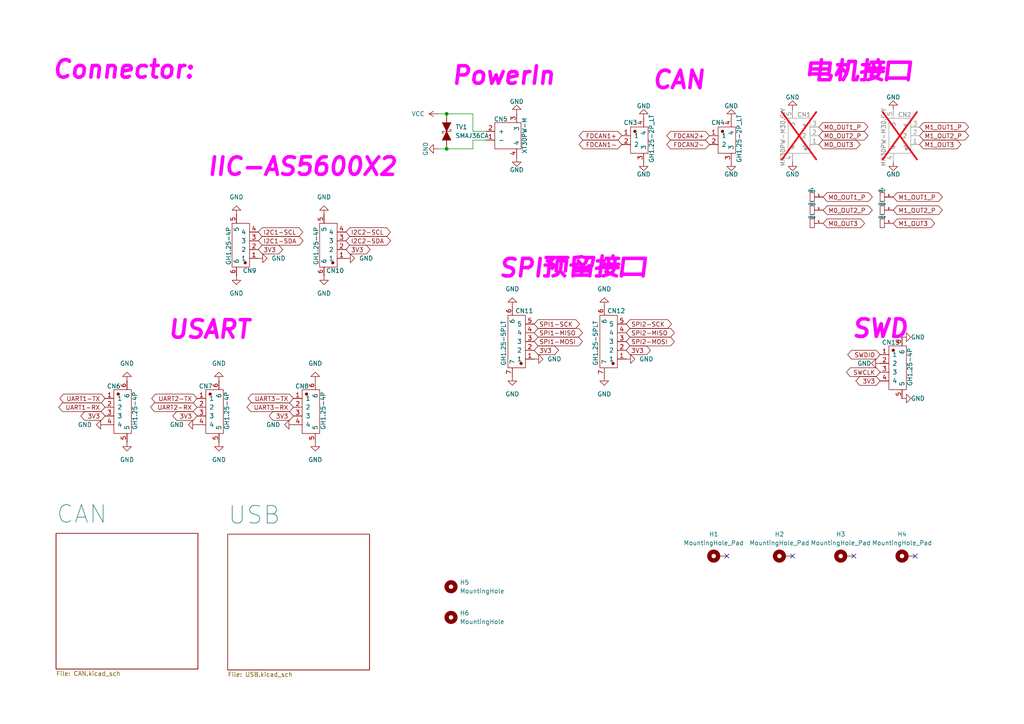
<source format=kicad_sch>
(kicad_sch (version 20231120) (generator "eeschema") (generator_version "8.0")
  (paper "A4")
  (title_block (title "Connector") (date "2025-01-24") (rev "Dennis_Re_Yoonjiho"))
  (lib_symbols
    (symbol "Mechanical:MountingHole" (pin_names (offset 1.016)) (exclude_from_sim yes) (in_bom no)
      (property "Reference" "H" (at 0 5.08 0))
      (property "Value" "MountingHole" (at 0 3.175 0))
      (symbol "MountingHole_0_1"
        (circle (center 0 0) (radius 1.27) (stroke (width 1.27)))
      )
    )
    (symbol "Mechanical:MountingHole_Pad" (pin_numbers hide) (pin_names (offset 1.016) hide) (exclude_from_sim yes) (in_bom no)
      (property "Reference" "H" (at 0 6.35 0))
      (property "Value" "MountingHole_Pad" (at 0 4.445 0))
      (symbol "MountingHole_Pad_0_1"
        (circle (center 0 1.27) (radius 1.27) (stroke (width 1.27)))
      )
      (symbol "MountingHole_Pad_1_1"
        (pin input line (at 0 -2.54 90) (length 2.54) (name "1") (number "1"))
      )
    )
    (symbol "Ts_Foc_Vo符号库:GH1.25-2P_LT" (pin_names (offset 1.016))
      (property "Reference" "CN" (at -1.524 4.826 0))
      (property "Value" "GH1.25-2P_LT" (at 4.318 0.254 90))
      (symbol "GH1.25-2P_LT_1_1"
        (rectangle (start -2.54 3.81) (end 2.54 -3.81) (stroke (width 0.1524)))
        (circle (center -1.27 2.54) (radius 0.381) (stroke (width 0.1524)) (fill (type outline)))
        (pin input line (at -5.08 1.27 0) (length 2.54) (name "1") (number "1"))
        (pin input line (at -5.08 -1.27 0) (length 2.54) (name "2") (number "2"))
        (pin input line (at 1.27 -6.35 90) (length 2.54) (name "3") (number "3"))
        (pin input line (at 1.27 6.35 270) (length 2.54) (name "4") (number "4"))
      )
    )
    (symbol "Ts_Foc_Vo符号库:GH1.25-4P" (pin_names (offset 1.016))
      (property "Reference" "CN" (at -1.524 7.366 0))
      (property "Value" "GH1.25-4P" (at 3.556 0 90))
      (symbol "GH1.25-4P_1_1"
        (rectangle (start -2.54 6.35) (end 2.54 -6.35) (stroke (width 0.1524)))
        (circle (center -1.27 5.08) (radius 0.381) (stroke (width 0.1524)) (fill (type outline)))
        (pin input line (at -5.08 3.81 0) (length 2.54) (name "1") (number "1"))
        (pin input line (at -5.08 1.27 0) (length 2.54) (name "2") (number "2"))
        (pin input line (at -5.08 -1.27 0) (length 2.54) (name "3") (number "3"))
        (pin input line (at -5.08 -3.81 0) (length 2.54) (name "4") (number "4"))
        (pin input line (at 1.27 -8.89 90) (length 2.54) (name "5") (number "5"))
        (pin input line (at 1.27 8.89 270) (length 2.54) (name "6") (number "6"))
      )
    )
    (symbol "Ts_Foc_Vo符号库:GH1.25-5PLT" (pin_names (offset 1.016))
      (property "Reference" "CN" (at -1.27 8.636 0))
      (property "Value" "GH1.25-5PLT" (at 3.81 -0.762 90))
      (symbol "GH1.25-5PLT_1_1"
        (rectangle (start -2.54 7.62) (end 2.54 -7.62) (stroke (width 0.1524)))
        (circle (center -1.27 6.35) (radius 0.381) (stroke (width 0.1524)) (fill (type outline)))
        (pin input line (at -5.08 5.08 0) (length 2.54) (name "1") (number "1"))
        (pin input line (at -5.08 2.54 0) (length 2.54) (name "2") (number "2"))
        (pin input line (at -5.08 0 0) (length 2.54) (name "3") (number "3"))
        (pin input line (at -5.08 -2.54 0) (length 2.54) (name "4") (number "4"))
        (pin input line (at -5.08 -5.08 0) (length 2.54) (name "5") (number "5"))
        (pin input line (at 1.27 -10.16 90) (length 2.54) (name "6") (number "6"))
        (pin input line (at 1.27 10.16 270) (length 2.54) (name "7") (number "7"))
      )
    )
    (symbol "Ts_Foc_Vo符号库:MR30PW-M30.G.Y" (pin_names (offset 1.016))
      (property "Reference" "CN" (at -1.778 6.096 0))
      (property "Value" "MR30PW-M30.G.Y" (at 5.334 -0.508 90))
      (symbol "MR30PW-M30.G.Y_1_1"
        (rectangle (start -2.54 5.08) (end 3.81 -5.08) (stroke (width 0.1524)))
        (circle (center -1.27 3.81) (radius 0.381) (stroke (width 0.1524)) (fill (type outline)))
        (pin input line (at -5.08 2.54 0) (length 2.54) (name "1") (number "1"))
        (pin input line (at -5.08 0 0) (length 2.54) (name "2") (number "2"))
        (pin input line (at -5.08 -2.54 0) (length 2.54) (name "3") (number "3"))
        (pin input line (at 2.54 7.62 270) (length 2.54) (name "4") (number "4"))
        (pin input line (at 2.54 -7.62 90) (length 2.54) (name "5") (number "5"))
      )
    )
    (symbol "Ts_Foc_Vo符号库:SMAJ36CA" (pin_numbers hide) (pin_names (offset 1.016) hide)
      (property "Reference" "TV" (at 0 2.286 0))
      (property "Value" "SMAJ36CA" (at -0.254 -2.032 0))
      (symbol "SMAJ36CA_1_1"
        (polyline (pts (xy -2.54 -1.27) (xy 0 0) (xy -2.54 1.27) (xy -2.54 -1.27)) (stroke (width 0.1524)) (fill (type outline)))
        (polyline (pts (xy 2.54 1.27) (xy 0 0) (xy 2.54 -1.27) (xy 2.54 1.27)) (stroke (width 0.1524)) (fill (type outline)))
        (polyline (pts (xy -0.508 0.762) (xy -0.508 1.27) (xy 0 1.27) (xy 0 -1.27) (xy 0.508 -1.27) (xy 0.508 -0.762)) (stroke (width 0.1524)))
        (pin input line (at -5.08 0 0) (length 2.54) (name "K") (number "1"))
        (pin input line (at 5.08 0 180) (length 2.54) (name "A") (number "2"))
      )
    )
    (symbol "Ts_Foc_Vo符号库:XT30PW-M" (pin_names (offset 1.016))
      (property "Reference" "CN" (at -5.588 1.27 0))
      (property "Value" "XT30PW-M" (at 0 -6.096 0))
      (symbol "XT30PW-M_1_1"
        (rectangle (start -3.81 2.54) (end 3.81 -5.08) (stroke (width 0.1524)))
        (pin input line (at -1.27 5.08 270) (length 2.54) (name "-") (number "1"))
        (pin input line (at 1.27 5.08 270) (length 2.54) (name "+") (number "2"))
        (pin input line (at 6.35 -3.81 180) (length 2.54) (name "3") (number "3"))
        (pin input line (at -6.35 -3.81 0) (length 2.54) (name "4") (number "4"))
      )
    )
    (symbol "Ts_Foc_Vo符号库:通孔焊盘"
      (property "Reference" "CN" (at 0.508 0.508 0))
      (symbol "通孔焊盘_0_1"
        (rectangle (start 0 0) (end 1.27 -2.54))
      )
      (symbol "通孔焊盘_1_1"
        (pin output line (at 3.81 -1.27 180) (length 2.54) (name "") (number "1"))
      )
    )
    (symbol "power:GND" (power) (pin_numbers hide) (pin_names (offset 0) hide)
      (property "Value" "GND" (at 0 -3.81 0))
      (symbol "GND_0_1"
        (polyline (pts (xy 0 0) (xy 0 -1.27) (xy 1.27 -1.27) (xy 0 -2.54) (xy -1.27 -1.27) (xy 0 -1.27)))
      )
      (symbol "GND_1_1"
        (pin power_in line (at 0 0 270) (length 0) (name "~") (number "1"))
      )
    )
    (symbol "power:VCC" (power) (pin_numbers hide) (pin_names (offset 0) hide)
      (property "Value" "VCC" (at 0 3.556 0))
      (symbol "VCC_0_1"
        (polyline (pts (xy -0.762 1.27) (xy 0 2.54)))
        (polyline (pts (xy 0 0) (xy 0 2.54)))
        (polyline (pts (xy 0 2.54) (xy 0.762 1.27)))
      )
      (symbol "VCC_1_1"
        (pin power_in line (at 0 0 90) (length 0) (name "~") (number "1"))
      )
    )
  )
  (junction (at 129.54 43.18))
  (junction (at 129.54 33.02))
  (no_connect (at 247.65 161.29))
  (no_connect (at 265.43 161.29))
  (no_connect (at 229.87 161.29))
  (no_connect (at 210.82 161.29))
  (wire (pts (xy 137.16 38.1) (xy 140.97 38.1)))
  (wire (pts (xy 127 33.02) (xy 129.54 33.02)))
  (wire (pts (xy 129.54 43.18) (xy 137.16 43.18)))
  (wire (pts (xy 137.16 40.64) (xy 140.97 40.64)))
  (wire (pts (xy 137.16 33.02) (xy 137.16 38.1)))
  (wire (pts (xy 127 43.18) (xy 129.54 43.18)))
  (wire (pts (xy 137.16 43.18) (xy 137.16 40.64)))
  (wire (pts (xy 129.54 33.02) (xy 137.16 33.02)))
  (text "CAN\n" (exclude_from_sim yes) (at 196.85 23.368 0) (effects (font (size 5.08 5.08) (thickness 1.016) (bold yes) (italic yes))))
  (text "PowerIn" (exclude_from_sim yes) (at 146.05 22.098 0) (effects (font (size 5.08 5.08) (thickness 1.016) (bold yes) (italic yes))))
  (text "电机接口" (exclude_from_sim yes) (at 249.174 21.082 0) (effects (font (size 5.08 5.08) (thickness 1.016) (bold yes) (italic yes))))
  (text "IIC-AS5600X2" (exclude_from_sim yes) (at 87.63 48.514 0) (effects (font (size 5.08 5.08) (thickness 1.016) (bold yes) (italic yes))))
  (text "Connector:\n" (exclude_from_sim yes) (at 35.814 20.32 0) (effects (font (size 5.08 5.08) (thickness 1.016) (bold yes) (italic yes))))
  (text "SPI预留接口" (exclude_from_sim yes) (at 166.116 77.978 0) (effects (font (size 5.08 5.08) (thickness 1.016) (bold yes) (italic yes))))
  (text "USART" (exclude_from_sim yes) (at 60.706 95.758 0) (effects (font (size 5.08 5.08) (thickness 1.016) (bold yes) (italic yes))))
  (text "SWD\n" (exclude_from_sim yes) (at 255.27 95.504 0) (effects (font (size 5.08 5.08) (thickness 1.016) (bold yes) (italic yes))))
  (global_label "3V3" (shape bidirectional) (at 57.15 120.65 180) (property "Intersheetrefs" "${INTERSHEET_REFS}" (effects (hide yes))))
  (global_label "UART2-RX" (shape bidirectional) (at 57.15 118.11 180) (property "Intersheetrefs" "${INTERSHEET_REFS}" (effects (hide yes))))
  (global_label "SPI1-MISO" (shape bidirectional) (at 154.94 96.52 0) (property "Intersheetrefs" "${INTERSHEET_REFS}" (effects (hide yes))))
  (global_label "3V3" (shape bidirectional) (at 181.61 101.6 0) (property "Intersheetrefs" "${INTERSHEET_REFS}" (effects (hide yes))))
  (global_label "SPI1-MOSI" (shape bidirectional) (at 154.94 99.06 0) (property "Intersheetrefs" "${INTERSHEET_REFS}" (effects (hide yes))))
  (global_label "FDCAN2-" (shape bidirectional) (at 205.74 41.91 180) (property "Intersheetrefs" "${INTERSHEET_REFS}" (effects (hide yes))))
  (global_label "SPI1-SCK" (shape bidirectional) (at 154.94 93.98 0) (property "Intersheetrefs" "${INTERSHEET_REFS}" (effects (hide yes))))
  (global_label "3V3" (shape bidirectional) (at 30.48 120.65 180) (property "Intersheetrefs" "${INTERSHEET_REFS}" (effects (hide yes))))
  (global_label "M0_OUT1_P" (shape bidirectional) (at 238.76 57.15 0) (property "Intersheetrefs" "${INTERSHEET_REFS}" (effects (hide yes))))
  (global_label "M0_OUT2_P" (shape bidirectional) (at 237.49 39.37 0) (property "Intersheetrefs" "${INTERSHEET_REFS}" (effects (hide yes))))
  (global_label "3V3" (shape bidirectional) (at 255.27 110.49 180) (property "Intersheetrefs" "${INTERSHEET_REFS}" (effects (hide yes))))
  (global_label "I2C1-SCL" (shape bidirectional) (at 74.93 67.31 0) (property "Intersheetrefs" "${INTERSHEET_REFS}" (effects (hide yes))))
  (global_label "UART1-TX" (shape bidirectional) (at 30.48 115.57 180) (property "Intersheetrefs" "${INTERSHEET_REFS}" (effects (hide yes))))
  (global_label "M1_OUT3" (shape bidirectional) (at 266.7 41.91 0) (property "Intersheetrefs" "${INTERSHEET_REFS}" (effects (hide yes))))
  (global_label "M1_OUT2_P" (shape bidirectional) (at 259.08 60.96 0) (property "Intersheetrefs" "${INTERSHEET_REFS}" (effects (hide yes))))
  (global_label "UART3-TX" (shape bidirectional) (at 85.09 115.57 180) (property "Intersheetrefs" "${INTERSHEET_REFS}" (effects (hide yes))))
  (global_label "3V3" (shape bidirectional) (at 74.93 72.39 0) (property "Intersheetrefs" "${INTERSHEET_REFS}" (effects (hide yes))))
  (global_label "M0_OUT2_P" (shape bidirectional) (at 238.76 60.96 0) (property "Intersheetrefs" "${INTERSHEET_REFS}" (effects (hide yes))))
  (global_label "M1_OUT1_P" (shape bidirectional) (at 259.08 57.15 0) (property "Intersheetrefs" "${INTERSHEET_REFS}" (effects (hide yes))))
  (global_label "3V3" (shape bidirectional) (at 100.33 72.39 0) (property "Intersheetrefs" "${INTERSHEET_REFS}" (effects (hide yes))))
  (global_label "UART3-RX" (shape bidirectional) (at 85.09 118.11 180) (property "Intersheetrefs" "${INTERSHEET_REFS}" (effects (hide yes))))
  (global_label "UART2-TX" (shape bidirectional) (at 57.15 115.57 180) (property "Intersheetrefs" "${INTERSHEET_REFS}" (effects (hide yes))))
  (global_label "I2C2-SDA" (shape bidirectional) (at 100.33 69.85 0) (property "Intersheetrefs" "${INTERSHEET_REFS}" (effects (hide yes))))
  (global_label "SPI2-MOSI" (shape bidirectional) (at 181.61 99.06 0) (property "Intersheetrefs" "${INTERSHEET_REFS}" (effects (hide yes))))
  (global_label "M0_OUT3" (shape bidirectional) (at 237.49 41.91 0) (property "Intersheetrefs" "${INTERSHEET_REFS}" (effects (hide yes))))
  (global_label "FDCAN1-" (shape bidirectional) (at 180.34 41.91 180) (property "Intersheetrefs" "${INTERSHEET_REFS}" (effects (hide yes))))
  (global_label "SWCLK" (shape bidirectional) (at 255.27 107.95 180) (property "Intersheetrefs" "${INTERSHEET_REFS}" (effects (hide yes))))
  (global_label "I2C1-SDA" (shape bidirectional) (at 74.93 69.85 0) (property "Intersheetrefs" "${INTERSHEET_REFS}" (effects (hide yes))))
  (global_label "SWDIO" (shape bidirectional) (at 255.27 102.87 180) (property "Intersheetrefs" "${INTERSHEET_REFS}" (effects (hide yes))))
  (global_label "M1_OUT1_P" (shape bidirectional) (at 266.7 36.83 0) (property "Intersheetrefs" "${INTERSHEET_REFS}" (effects (hide yes))))
  (global_label "M0_OUT1_P" (shape bidirectional) (at 237.49 36.83 0) (property "Intersheetrefs" "${INTERSHEET_REFS}" (effects (hide yes))))
  (global_label "FDCAN2+" (shape bidirectional) (at 205.74 39.37 180) (property "Intersheetrefs" "${INTERSHEET_REFS}" (effects (hide yes))))
  (global_label "UART1-RX" (shape bidirectional) (at 30.48 118.11 180) (property "Intersheetrefs" "${INTERSHEET_REFS}" (effects (hide yes))))
  (global_label "3V3" (shape bidirectional) (at 85.09 120.65 180) (property "Intersheetrefs" "${INTERSHEET_REFS}" (effects (hide yes))))
  (global_label "3V3" (shape bidirectional) (at 154.94 101.6 0) (property "Intersheetrefs" "${INTERSHEET_REFS}" (effects (hide yes))))
  (global_label "M1_OUT3" (shape bidirectional) (at 259.08 64.77 0) (property "Intersheetrefs" "${INTERSHEET_REFS}" (effects (hide yes))))
  (global_label "M1_OUT2_P" (shape bidirectional) (at 266.7 39.37 0) (property "Intersheetrefs" "${INTERSHEET_REFS}" (effects (hide yes))))
  (global_label "FDCAN1+" (shape bidirectional) (at 180.34 39.37 180) (property "Intersheetrefs" "${INTERSHEET_REFS}" (effects (hide yes))))
  (global_label "I2C2-SCL" (shape bidirectional) (at 100.33 67.31 0) (property "Intersheetrefs" "${INTERSHEET_REFS}" (effects (hide yes))))
  (global_label "SPI2-SCK" (shape bidirectional) (at 181.61 93.98 0) (property "Intersheetrefs" "${INTERSHEET_REFS}" (effects (hide yes))))
  (global_label "SPI2-MISO" (shape bidirectional) (at 181.61 96.52 0) (property "Intersheetrefs" "${INTERSHEET_REFS}" (effects (hide yes))))
  (global_label "M0_OUT3" (shape bidirectional) (at 238.76 64.77 0) (property "Intersheetrefs" "${INTERSHEET_REFS}" (effects (hide yes))))
  (symbol (lib_id "Mechanical:MountingHole") (at 130.81 179.07 0) (unit 1) (exclude_from_sim yes) (in_bom no)
    (property "Reference" "H6" (at 133.35 177.7999 0) (effects (justify left)))
    (property "Value" "MountingHole" (at 133.35 180.3399 0) (effects (justify left)))
    (property "Footprint" "MountingHole:MountingHole_3.2mm_M3" (effects (hide yes)))
    (property "Description" "Mounting Hole without connection" (effects (hide yes)))
  )
  (symbol (lib_id "power:GND") (at 85.09 123.19 270) (unit 1)
    (property "Reference" "#PWR065" (effects (hide yes)))
    (property "Value" "GND" (at 81.28 123.1899 90) (effects (justify right)))
    (property "Description" "Power symbol creates a global label with name \"GND\" , ground" (effects (hide yes)))
  )
  (symbol (lib_id "power:GND") (at 259.08 46.99 0) (unit 1)
    (property "Reference" "#PWR049" (effects (hide yes)))
    (property "Value" "GND" (at 259.08 50.546 0))
    (property "Description" "Power symbol creates a global label with name \"GND\" , ground" (effects (hide yes)))
  )
  (symbol (lib_id "power:GND") (at 261.62 115.57 90) (unit 1)
    (property "Reference" "#PWR081" (effects (hide yes)))
    (property "Value" "GND" (at 264.16 115.57 90) (effects (justify right)))
    (property "Description" "Power symbol creates a global label with name \"GND\" , ground" (effects (hide yes)))
  )
  (symbol (lib_id "power:GND") (at 74.93 74.93 90) (unit 1)
    (property "Reference" "#PWR068" (effects (hide yes)))
    (property "Value" "GND" (at 78.74 74.9301 90) (effects (justify right)))
    (property "Description" "Power symbol creates a global label with name \"GND\" , ground" (effects (hide yes)))
  )
  (symbol (lib_id "Ts_Foc_Vo符号库:通孔焊盘") (at 255.27 59.69 0) (unit 1)
    (property "Reference" "CN18" (at 255.778 59.182 0) (effects (font (size 0.508 0.508))))
    (property "Value" "~" (at 255.905 58.42 0))
    (property "Footprint" "Ts_Foc_Vo封装库:通孔焊盘" (effects (hide yes)))
  )
  (symbol (lib_id "power:GND") (at 36.83 110.49 180) (unit 1)
    (property "Reference" "#PWR060" (effects (hide yes)))
    (property "Value" "GND" (at 36.83 105.41 0))
    (property "Description" "Power symbol creates a global label with name \"GND\" , ground" (effects (hide yes)))
  )
  (symbol (lib_id "power:GND") (at 261.62 97.79 90) (unit 1)
    (property "Reference" "#PWR080" (effects (hide yes)))
    (property "Value" "GND" (at 264.16 97.79 90) (effects (justify right)))
    (property "Description" "Power symbol creates a global label with name \"GND\" , ground" (effects (hide yes)))
  )
  (symbol (lib_id "power:GND") (at 91.44 128.27 0) (unit 1)
    (property "Reference" "#PWR067" (effects (hide yes)))
    (property "Value" "GND" (at 91.44 133.35 0))
    (property "Description" "Power symbol creates a global label with name \"GND\" , ground" (effects (hide yes)))
  )
  (symbol (lib_id "power:GND") (at 36.83 128.27 0) (unit 1)
    (property "Reference" "#PWR061" (effects (hide yes)))
    (property "Value" "GND" (at 36.83 133.35 0))
    (property "Description" "Power symbol creates a global label with name \"GND\" , ground" (effects (hide yes)))
  )
  (symbol (lib_id "power:GND") (at 91.44 110.49 180) (unit 1)
    (property "Reference" "#PWR066" (effects (hide yes)))
    (property "Value" "GND" (at 91.44 105.41 0))
    (property "Description" "Power symbol creates a global label with name \"GND\" , ground" (effects (hide yes)))
  )
  (symbol (lib_id "power:GND") (at 148.59 109.22 0) (unit 1)
    (property "Reference" "#PWR075" (effects (hide yes)))
    (property "Value" "GND" (at 148.59 114.3 0))
    (property "Description" "Power symbol creates a global label with name \"GND\" , ground" (effects (hide yes)))
  )
  (symbol (lib_id "power:GND") (at 175.26 109.22 0) (unit 1)
    (property "Reference" "#PWR078" (effects (hide yes)))
    (property "Value" "GND" (at 175.26 114.3 0))
    (property "Description" "Power symbol creates a global label with name \"GND\" , ground" (effects (hide yes)))
  )
  (symbol (lib_id "power:GND") (at 229.87 31.75 180) (unit 1)
    (property "Reference" "#PWR046" (effects (hide yes)))
    (property "Value" "GND" (at 229.87 28.194 0))
    (property "Description" "Power symbol creates a global label with name \"GND\" , ground" (effects (hide yes)))
  )
  (symbol (lib_id "Ts_Foc_Vo符号库:通孔焊盘") (at 234.95 55.88 0) (unit 1)
    (property "Reference" "CN14" (at 235.458 55.372 0) (effects (font (size 0.508 0.508))))
    (property "Value" "~" (at 235.585 54.61 0))
    (property "Footprint" "Ts_Foc_Vo封装库:通孔焊盘" (effects (hide yes)))
  )
  (symbol (lib_id "Ts_Foc_Vo符号库:MR30PW-M30.G.Y") (at 232.41 39.37 180) (unit 1) (exclude_from_sim yes) (in_bom no) (on_board no) (dnp yes)
    (property "Reference" "CN1" (at 235.204 33.274 0) (effects (justify left)))
    (property "Value" "MR30PW-M30.G.Y" (at 227.076 31.242 90) (effects (justify left)))
    (property "SuppliersPartNumber" "C19268036" (effects (hide yes)))
    (property "uuid" "std:fd50f7a470564d188bd35cbced11e981" (effects (hide yes)))
  )
  (symbol (lib_id "Ts_Foc_Vo符号库:GH1.25-4P") (at 90.17 119.38 0) (unit 1)
    (property "Reference" "CN8" (at 85.598 112.014 0) (effects (justify left)))
    (property "Value" "GH1.25-4P" (at 93.726 124.714 90) (effects (justify left)))
    (property "Footprint" "Ts_Foc_Vo封装库:GH1.25_CONN-SMD_4P-P1.25" (effects (hide yes)))
    (property "SuppliersPartNumber" "C18077711" (effects (hide yes)))
    (property "uuid" "std:04baf036832348e9968012a97c32b546" (effects (hide yes)))
  )
  (symbol (lib_id "power:GND") (at 255.27 105.41 270) (unit 1)
    (property "Reference" "#PWR058" (effects (hide yes)))
    (property "Value" "GND" (at 252.73 105.41 90) (effects (justify right)))
    (property "Description" "Power symbol creates a global label with name \"GND\" , ground" (effects (hide yes)))
  )
  (symbol (lib_id "Ts_Foc_Vo符号库:XT30PW-M") (at 146.05 39.37 90) (unit 1)
    (property "Reference" "CN5" (at 143.256 34.544 90) (effects (justify right)))
    (property "Value" "XT30PW-M" (at 152.146 34.036 0) (effects (justify right)))
    (property "Footprint" "Ts_Foc_Vo封装库:XT30PW-M" (effects (hide yes)))
    (property "Datasheet" "http://www.szlcsc.com/product/details_426930.html" (effects (hide yes)))
    (property "SuppliersPartNumber" "C431092" (effects (hide yes)))
    (property "uuid" "std:a5840929b24f4c1eb727ea4219c56c07" (effects (hide yes)))
  )
  (symbol (lib_id "power:GND") (at 63.5 128.27 0) (unit 1)
    (property "Reference" "#PWR064" (effects (hide yes)))
    (property "Value" "GND" (at 63.5 133.35 0))
    (property "Description" "Power symbol creates a global label with name \"GND\" , ground" (effects (hide yes)))
  )
  (symbol (lib_id "Ts_Foc_Vo符号库:通孔焊盘") (at 234.95 59.69 0) (unit 1)
    (property "Reference" "CN15" (at 235.458 59.182 0) (effects (font (size 0.508 0.508))))
    (property "Value" "~" (at 235.585 58.42 0))
    (property "Footprint" "Ts_Foc_Vo封装库:通孔焊盘" (effects (hide yes)))
  )
  (symbol (lib_id "power:GND") (at 127 43.18 270) (unit 1)
    (property "Reference" "#PWR057" (effects (hide yes)))
    (property "Value" "GND" (at 123.444 43.18 0))
    (property "Description" "Power symbol creates a global label with name \"GND\" , ground" (effects (hide yes)))
  )
  (symbol (lib_id "Ts_Foc_Vo符号库:GH1.25-2P_LT") (at 185.42 40.64 0) (unit 1)
    (property "Reference" "CN3" (at 180.848 35.56 0) (effects (justify left)))
    (property "Value" "GH1.25-2P_LT" (at 188.976 47.244 90) (effects (justify left)))
    (property "Footprint" "Ts_Foc_Vo封装库:GH1.25_1X2" (effects (hide yes)))
    (property "SuppliersPartNumber" "C18077709" (effects (hide yes)))
    (property "uuid" "std:6287d80be8b149cb8320c6f0c764f130" (effects (hide yes)))
  )
  (symbol (lib_id "power:GND") (at 229.87 46.99 0) (unit 1)
    (property "Reference" "#PWR047" (effects (hide yes)))
    (property "Value" "GND" (at 229.87 50.546 0))
    (property "Description" "Power symbol creates a global label with name \"GND\" , ground" (effects (hide yes)))
  )
  (symbol (lib_id "Ts_Foc_Vo符号库:GH1.25-4P") (at 260.35 106.68 0) (unit 1)
    (property "Reference" "CN13" (at 255.778 99.314 0) (effects (justify left)))
    (property "Value" "GH1.25-4P" (at 263.906 112.014 90) (effects (justify left)))
    (property "Footprint" "Ts_Foc_Vo封装库:GH1.25_CONN-SMD_4P-P1.25" (effects (hide yes)))
    (property "SuppliersPartNumber" "C18077711" (effects (hide yes)))
    (property "uuid" "std:04baf036832348e9968012a97c32b546" (effects (hide yes)))
  )
  (symbol (lib_id "power:GND") (at 154.94 104.14 90) (unit 1)
    (property "Reference" "#PWR076" (effects (hide yes)))
    (property "Value" "GND" (at 158.75 104.1399 90) (effects (justify right)))
    (property "Description" "Power symbol creates a global label with name \"GND\" , ground" (effects (hide yes)))
  )
  (symbol (lib_id "power:GND") (at 175.26 88.9 180) (unit 1)
    (property "Reference" "#PWR077" (effects (hide yes)))
    (property "Value" "GND" (at 175.26 83.82 0))
    (property "Description" "Power symbol creates a global label with name \"GND\" , ground" (effects (hide yes)))
  )
  (symbol (lib_id "Mechanical:MountingHole_Pad") (at 227.33 161.29 90) (unit 1) (exclude_from_sim yes) (in_bom no)
    (property "Reference" "H2" (at 226.06 154.94 90))
    (property "Value" "MountingHole_Pad" (at 226.06 157.48 90))
    (property "Footprint" "MountingHole:MountingHole_3.7mm_Pad_Via" (effects (hide yes)))
    (property "Description" "Mounting Hole with connection" (effects (hide yes)))
  )
  (symbol (lib_id "power:GND") (at 93.98 80.01 0) (unit 1)
    (property "Reference" "#PWR072" (effects (hide yes)))
    (property "Value" "GND" (at 93.98 85.09 0))
    (property "Description" "Power symbol creates a global label with name \"GND\" , ground" (effects (hide yes)))
  )
  (symbol (lib_id "power:GND") (at 259.08 31.75 180) (unit 1)
    (property "Reference" "#PWR048" (effects (hide yes)))
    (property "Value" "GND" (at 259.08 28.194 0))
    (property "Description" "Power symbol creates a global label with name \"GND\" , ground" (effects (hide yes)))
  )
  (symbol (lib_id "power:GND") (at 149.86 45.72 0) (unit 1)
    (property "Reference" "#PWR055" (effects (hide yes)))
    (property "Value" "GND" (at 149.86 49.276 0))
    (property "Description" "Power symbol creates a global label with name \"GND\" , ground" (effects (hide yes)))
  )
  (symbol (lib_id "Ts_Foc_Vo符号库:GH1.25-4P") (at 69.85 71.12 180) (unit 1)
    (property "Reference" "CN9" (at 74.422 78.486 0) (effects (justify left)))
    (property "Value" "GH1.25-4P" (at 66.294 65.786 90) (effects (justify left)))
    (property "Footprint" "Ts_Foc_Vo封装库:GH1.25_CONN-SMD_4P-P1.25" (effects (hide yes)))
    (property "SuppliersPartNumber" "C18077711" (effects (hide yes)))
    (property "uuid" "std:04baf036832348e9968012a97c32b546" (effects (hide yes)))
  )
  (symbol (lib_id "power:GND") (at 149.86 33.02 180) (unit 1)
    (property "Reference" "#PWR054" (effects (hide yes)))
    (property "Value" "GND" (at 149.86 29.464 0))
    (property "Description" "Power symbol creates a global label with name \"GND\" , ground" (effects (hide yes)))
  )
  (symbol (lib_id "power:GND") (at 186.69 46.99 0) (unit 1)
    (property "Reference" "#PWR051" (effects (hide yes)))
    (property "Value" "GND" (at 186.69 50.546 0))
    (property "Description" "Power symbol creates a global label with name \"GND\" , ground" (effects (hide yes)))
  )
  (symbol (lib_id "power:GND") (at 68.58 80.01 0) (unit 1)
    (property "Reference" "#PWR069" (effects (hide yes)))
    (property "Value" "GND" (at 68.58 85.09 0))
    (property "Description" "Power symbol creates a global label with name \"GND\" , ground" (effects (hide yes)))
  )
  (symbol (lib_id "Ts_Foc_Vo符号库:通孔焊盘") (at 255.27 63.5 0) (unit 1)
    (property "Reference" "CN19" (at 255.778 62.992 0) (effects (font (size 0.508 0.508))))
    (property "Value" "~" (at 255.905 62.23 0))
    (property "Footprint" "Ts_Foc_Vo封装库:通孔焊盘" (effects (hide yes)))
  )
  (symbol (lib_id "Mechanical:MountingHole_Pad") (at 245.11 161.29 90) (unit 1) (exclude_from_sim yes) (in_bom no)
    (property "Reference" "H3" (at 243.84 154.94 90))
    (property "Value" "MountingHole_Pad" (at 243.84 157.48 90))
    (property "Footprint" "MountingHole:MountingHole_3.7mm_Pad_Via" (effects (hide yes)))
    (property "Description" "Mounting Hole with connection" (effects (hide yes)))
  )
  (symbol (lib_id "power:GND") (at 186.69 34.29 180) (unit 1)
    (property "Reference" "#PWR050" (effects (hide yes)))
    (property "Value" "GND" (at 186.69 30.734 0))
    (property "Description" "Power symbol creates a global label with name \"GND\" , ground" (effects (hide yes)))
  )
  (symbol (lib_id "power:GND") (at 212.09 46.99 0) (unit 1)
    (property "Reference" "#PWR053" (effects (hide yes)))
    (property "Value" "GND" (at 212.09 50.546 0))
    (property "Description" "Power symbol creates a global label with name \"GND\" , ground" (effects (hide yes)))
  )
  (symbol (lib_id "power:GND") (at 63.5 110.49 180) (unit 1)
    (property "Reference" "#PWR063" (effects (hide yes)))
    (property "Value" "GND" (at 63.5 105.41 0))
    (property "Description" "Power symbol creates a global label with name \"GND\" , ground" (effects (hide yes)))
  )
  (symbol (lib_id "Ts_Foc_Vo符号库:GH1.25-5PLT") (at 176.53 99.06 180) (unit 1)
    (property "Reference" "CN12" (at 181.356 90.17 0) (effects (justify left)))
    (property "Value" "GH1.25-5PLT" (at 172.72 92.964 90) (effects (justify left)))
    (property "Footprint" "Ts_Foc_Vo封装库:GH1.25_CONN-SMD_5P-P1.25" (effects (hide yes)))
    (property "SuppliersPartNumber" "C18077712" (effects (hide yes)))
    (property "uuid" "std:a472cdd6ad454b32860fdd2983e38e62" (effects (hide yes)))
  )
  (symbol (lib_id "power:GND") (at 100.33 74.93 90) (unit 1)
    (property "Reference" "#PWR073" (effects (hide yes)))
    (property "Value" "GND" (at 104.14 74.9301 90) (effects (justify right)))
    (property "Description" "Power symbol creates a global label with name \"GND\" , ground" (effects (hide yes)))
  )
  (symbol (lib_id "power:GND") (at 57.15 123.19 270) (unit 1)
    (property "Reference" "#PWR062" (effects (hide yes)))
    (property "Value" "GND" (at 53.34 123.1899 90) (effects (justify right)))
    (property "Description" "Power symbol creates a global label with name \"GND\" , ground" (effects (hide yes)))
  )
  (symbol (lib_id "power:GND") (at 93.98 62.23 180) (unit 1)
    (property "Reference" "#PWR071" (effects (hide yes)))
    (property "Value" "GND" (at 93.98 57.15 0))
    (property "Description" "Power symbol creates a global label with name \"GND\" , ground" (effects (hide yes)))
  )
  (symbol (lib_id "power:GND") (at 212.09 34.29 180) (unit 1)
    (property "Reference" "#PWR052" (effects (hide yes)))
    (property "Value" "GND" (at 212.09 30.734 0))
    (property "Description" "Power symbol creates a global label with name \"GND\" , ground" (effects (hide yes)))
  )
  (symbol (lib_id "power:GND") (at 68.58 62.23 180) (unit 1)
    (property "Reference" "#PWR070" (effects (hide yes)))
    (property "Value" "GND" (at 68.58 57.15 0))
    (property "Description" "Power symbol creates a global label with name \"GND\" , ground" (effects (hide yes)))
  )
  (symbol (lib_id "Ts_Foc_Vo符号库:MR30PW-M30.G.Y") (at 261.62 39.37 180) (unit 1) (exclude_from_sim yes) (in_bom no) (on_board no) (dnp yes)
    (property "Reference" "CN2" (at 264.414 33.274 0) (effects (justify left)))
    (property "Value" "MR30PW-M30.G.Y" (at 256.286 31.242 90) (effects (justify left)))
    (property "SuppliersPartNumber" "C19268036" (effects (hide yes)))
    (property "uuid" "std:fd50f7a470564d188bd35cbced11e981" (effects (hide yes)))
  )
  (symbol (lib_id "Ts_Foc_Vo符号库:GH1.25-4P") (at 35.56 119.38 0) (unit 1)
    (property "Reference" "CN6" (at 30.988 112.014 0) (effects (justify left)))
    (property "Value" "GH1.25-4P" (at 39.116 124.714 90) (effects (justify left)))
    (property "Footprint" "Ts_Foc_Vo封装库:GH1.25_CONN-SMD_4P-P1.25" (effects (hide yes)))
    (property "SuppliersPartNumber" "C18077711" (effects (hide yes)))
    (property "uuid" "std:04baf036832348e9968012a97c32b546" (effects (hide yes)))
  )
  (symbol (lib_id "Ts_Foc_Vo符号库:GH1.25-2P_LT") (at 210.82 40.64 0) (unit 1)
    (property "Reference" "CN4" (at 206.248 35.56 0) (effects (justify left)))
    (property "Value" "GH1.25-2P_LT" (at 214.376 47.244 90) (effects (justify left)))
    (property "Footprint" "Ts_Foc_Vo封装库:GH1.25_1X2" (effects (hide yes)))
    (property "SuppliersPartNumber" "C18077709" (effects (hide yes)))
    (property "uuid" "std:6287d80be8b149cb8320c6f0c764f130" (effects (hide yes)))
  )
  (symbol (lib_id "power:VCC") (at 127 33.02 90) (unit 1)
    (property "Reference" "#PWR056" (effects (hide yes)))
    (property "Value" "VCC" (at 123.19 33.0199 90) (effects (justify left)))
    (property "Description" "Power symbol creates a global label with name \"VCC\"" (effects (hide yes)))
  )
  (symbol (lib_id "Ts_Foc_Vo符号库:通孔焊盘") (at 234.95 63.5 0) (unit 1)
    (property "Reference" "CN16" (at 235.458 62.992 0) (effects (font (size 0.508 0.508))))
    (property "Value" "~" (at 235.585 62.23 0))
    (property "Footprint" "Ts_Foc_Vo封装库:通孔焊盘" (effects (hide yes)))
  )
  (symbol (lib_id "Ts_Foc_Vo符号库:通孔焊盘") (at 255.27 55.88 0) (unit 1)
    (property "Reference" "CN17" (at 255.778 55.372 0) (effects (font (size 0.508 0.508))))
    (property "Value" "~" (at 255.905 54.61 0))
    (property "Footprint" "Ts_Foc_Vo封装库:通孔焊盘" (effects (hide yes)))
  )
  (symbol (lib_id "power:GND") (at 148.59 88.9 180) (unit 1)
    (property "Reference" "#PWR074" (effects (hide yes)))
    (property "Value" "GND" (at 148.59 83.82 0))
    (property "Description" "Power symbol creates a global label with name \"GND\" , ground" (effects (hide yes)))
  )
  (symbol (lib_id "Ts_Foc_Vo符号库:GH1.25-4P") (at 95.25 71.12 180) (unit 1)
    (property "Reference" "CN10" (at 99.822 78.486 0) (effects (justify left)))
    (property "Value" "GH1.25-4P" (at 91.694 65.786 90) (effects (justify left)))
    (property "Footprint" "Ts_Foc_Vo封装库:GH1.25_CONN-SMD_4P-P1.25" (effects (hide yes)))
    (property "SuppliersPartNumber" "C18077711" (effects (hide yes)))
    (property "uuid" "std:04baf036832348e9968012a97c32b546" (effects (hide yes)))
  )
  (symbol (lib_id "Ts_Foc_Vo符号库:GH1.25-5PLT") (at 149.86 99.06 180) (unit 1)
    (property "Reference" "CN11" (at 154.686 90.17 0) (effects (justify left)))
    (property "Value" "GH1.25-5PLT" (at 146.05 92.964 90) (effects (justify left)))
    (property "Footprint" "Ts_Foc_Vo封装库:GH1.25_CONN-SMD_5P-P1.25" (effects (hide yes)))
    (property "SuppliersPartNumber" "C18077712" (effects (hide yes)))
    (property "uuid" "std:a472cdd6ad454b32860fdd2983e38e62" (effects (hide yes)))
  )
  (symbol (lib_id "Ts_Foc_Vo符号库:GH1.25-4P") (at 62.23 119.38 0) (unit 1)
    (property "Reference" "CN7" (at 57.658 112.014 0) (effects (justify left)))
    (property "Value" "GH1.25-4P" (at 65.786 124.714 90) (effects (justify left)))
    (property "Footprint" "Ts_Foc_Vo封装库:GH1.25_CONN-SMD_4P-P1.25" (effects (hide yes)))
    (property "SuppliersPartNumber" "C18077711" (effects (hide yes)))
    (property "uuid" "std:04baf036832348e9968012a97c32b546" (effects (hide yes)))
  )
  (symbol (lib_id "power:GND") (at 30.48 123.19 270) (unit 1)
    (property "Reference" "#PWR059" (effects (hide yes)))
    (property "Value" "GND" (at 26.67 123.1899 90) (effects (justify right)))
    (property "Description" "Power symbol creates a global label with name \"GND\" , ground" (effects (hide yes)))
  )
  (symbol (lib_id "power:GND") (at 181.61 104.14 90) (unit 1)
    (property "Reference" "#PWR079" (effects (hide yes)))
    (property "Value" "GND" (at 185.42 104.1399 90) (effects (justify right)))
    (property "Description" "Power symbol creates a global label with name \"GND\" , ground" (effects (hide yes)))
  )
  (symbol (lib_id "Mechanical:MountingHole_Pad") (at 208.28 161.29 90) (unit 1) (exclude_from_sim yes) (in_bom no)
    (property "Reference" "H1" (at 207.01 154.94 90))
    (property "Value" "MountingHole_Pad" (at 207.01 157.48 90))
    (property "Footprint" "MountingHole:MountingHole_3.7mm_Pad_Via" (effects (hide yes)))
    (property "Description" "Mounting Hole with connection" (effects (hide yes)))
  )
  (symbol (lib_id "Ts_Foc_Vo符号库:SMAJ36CA") (at 129.54 38.1 90) (unit 1)
    (property "Reference" "TV1" (at 132.08 36.8299 90) (effects (justify right)))
    (property "Value" "SMAJ36CA" (at 132.08 39.3699 90) (effects (justify right)))
    (property "Footprint" "Ts_Foc_Vo封装库:SMA_L4.4" (effects (hide yes)))
    (property "Datasheet" "http://www.szlcsc.com/product/details_88448.html" (effects (hide yes)))
    (property "SuppliersPartNumber" "C87270" (effects (hide yes)))
    (property "uuid" "std:080b688eba436c70954d860205d81b8f" (effects (hide yes)))
  )
  (symbol (lib_id "Mechanical:MountingHole_Pad") (at 262.89 161.29 90) (unit 1) (exclude_from_sim yes) (in_bom no)
    (property "Reference" "H4" (at 261.62 154.94 90))
    (property "Value" "MountingHole_Pad" (at 261.62 157.48 90))
    (property "Footprint" "MountingHole:MountingHole_3.7mm_Pad_Via" (effects (hide yes)))
    (property "Description" "Mounting Hole with connection" (effects (hide yes)))
  )
  (symbol (lib_id "Mechanical:MountingHole") (at 130.81 170.18 0) (unit 1) (exclude_from_sim yes) (in_bom no)
    (property "Reference" "H5" (at 133.35 168.9099 0) (effects (justify left)))
    (property "Value" "MountingHole" (at 133.35 171.4499 0) (effects (justify left)))
    (property "Footprint" "MountingHole:MountingHole_3.2mm_M3" (effects (hide yes)))
    (property "Description" "Mounting Hole without connection" (effects (hide yes)))
  )
  (sheet (at 66.04 154.94) (size 41.148 39.37) (stroke (width 0.1524))
    (property "Sheetname" "USB" (at 66.04 152.3234 0) (effects (font (size 5.08 5.08)) (justify left bottom)))
    (property "Sheetfile" "USB.kicad_sch" (at 66.04 194.8946 0) (effects (justify left top)))
  )
  (sheet (at 16.256 154.686) (size 41.148 39.37) (stroke (width 0.1524))
    (property "Sheetname" "CAN" (at 16.256 152.0694 0) (effects (font (size 5.08 5.08)) (justify left bottom)))
    (property "Sheetfile" "CAN.kicad_sch" (at 16.256 194.6406 0) (effects (justify left top)))
  )
)
</source>
